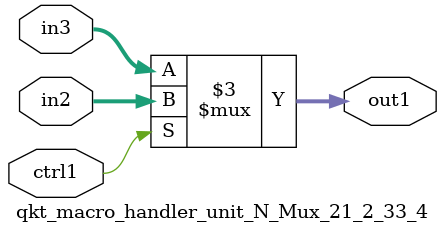
<source format=v>

`timescale 1ps / 1ps


module qkt_macro_handler_unit_N_Mux_21_2_33_4( in3, in2, ctrl1, out1 );

    input [20:0] in3;
    input [20:0] in2;
    input ctrl1;
    output [20:0] out1;
    reg [20:0] out1;

    
    // rtl_process:qkt_macro_handler_unit_N_Mux_21_2_33_4/qkt_macro_handler_unit_N_Mux_21_2_33_4_thread_1
    always @*
      begin : qkt_macro_handler_unit_N_Mux_21_2_33_4_thread_1
        case (ctrl1) 
          1'b1: 
            begin
              out1 = in2;
            end
          default: 
            begin
              out1 = in3;
            end
        endcase
      end

endmodule



</source>
